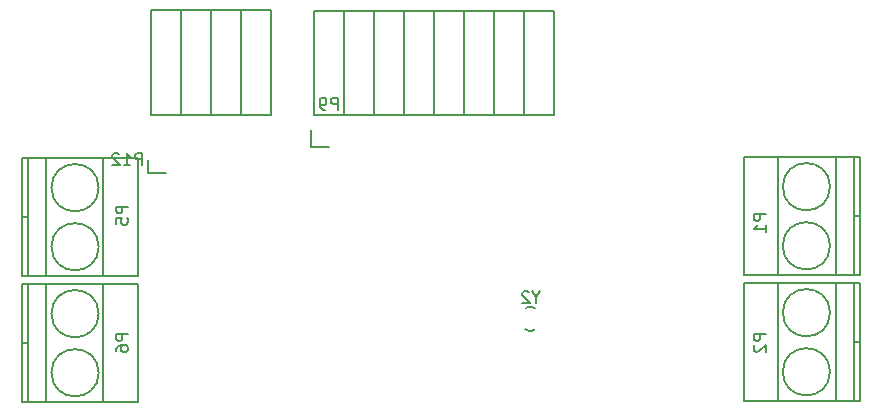
<source format=gbr>
G04 #@! TF.FileFunction,Legend,Bot*
%FSLAX46Y46*%
G04 Gerber Fmt 4.6, Leading zero omitted, Abs format (unit mm)*
G04 Created by KiCad (PCBNEW 4.0.2-stable) date 2016年09月17日 星期六 10:25:48*
%MOMM*%
G01*
G04 APERTURE LIST*
%ADD10C,0.100000*%
%ADD11C,0.150000*%
G04 APERTURE END LIST*
D10*
D11*
X179360000Y-83272000D02*
X179860000Y-83272000D01*
X177360000Y-85772000D02*
G75*
G03X177360000Y-85772000I-2000000J0D01*
G01*
X177360000Y-80772000D02*
G75*
G03X177360000Y-80772000I-2000000J0D01*
G01*
X177860000Y-78272000D02*
X177860000Y-88272000D01*
X172960000Y-78272000D02*
X172960000Y-88272000D01*
X179360000Y-78272000D02*
X179360000Y-88272000D01*
X179860000Y-78272000D02*
X179860000Y-88272000D01*
X179860000Y-88272000D02*
X170060000Y-88272000D01*
X170060000Y-88272000D02*
X170060000Y-78272000D01*
X170060000Y-78272000D02*
X179860000Y-78272000D01*
X179360000Y-93940000D02*
X179860000Y-93940000D01*
X177360000Y-96440000D02*
G75*
G03X177360000Y-96440000I-2000000J0D01*
G01*
X177360000Y-91440000D02*
G75*
G03X177360000Y-91440000I-2000000J0D01*
G01*
X177860000Y-88940000D02*
X177860000Y-98940000D01*
X172960000Y-88940000D02*
X172960000Y-98940000D01*
X179360000Y-88940000D02*
X179360000Y-98940000D01*
X179860000Y-88940000D02*
X179860000Y-98940000D01*
X179860000Y-98940000D02*
X170060000Y-98940000D01*
X170060000Y-98940000D02*
X170060000Y-88940000D01*
X170060000Y-88940000D02*
X179860000Y-88940000D01*
X109438000Y-83352000D02*
X108938000Y-83352000D01*
X115438000Y-80852000D02*
G75*
G03X115438000Y-80852000I-2000000J0D01*
G01*
X115438000Y-85852000D02*
G75*
G03X115438000Y-85852000I-2000000J0D01*
G01*
X110938000Y-88352000D02*
X110938000Y-78352000D01*
X115838000Y-88352000D02*
X115838000Y-78352000D01*
X109438000Y-88352000D02*
X109438000Y-78352000D01*
X108938000Y-88352000D02*
X108938000Y-78352000D01*
X108938000Y-78352000D02*
X118738000Y-78352000D01*
X118738000Y-78352000D02*
X118738000Y-88352000D01*
X118738000Y-88352000D02*
X108938000Y-88352000D01*
X109438000Y-94020000D02*
X108938000Y-94020000D01*
X115438000Y-91520000D02*
G75*
G03X115438000Y-91520000I-2000000J0D01*
G01*
X115438000Y-96520000D02*
G75*
G03X115438000Y-96520000I-2000000J0D01*
G01*
X110938000Y-99020000D02*
X110938000Y-89020000D01*
X115838000Y-99020000D02*
X115838000Y-89020000D01*
X109438000Y-99020000D02*
X109438000Y-89020000D01*
X108938000Y-99020000D02*
X108938000Y-89020000D01*
X108938000Y-89020000D02*
X118738000Y-89020000D01*
X118738000Y-89020000D02*
X118738000Y-99020000D01*
X118738000Y-99020000D02*
X108938000Y-99020000D01*
X151447500Y-65909500D02*
X151447500Y-74739500D01*
X148907500Y-65909500D02*
X151447500Y-65909500D01*
X148907500Y-74739500D02*
X151447500Y-74739500D01*
X151447500Y-74739500D02*
X153987500Y-74739500D01*
X151447500Y-65909500D02*
X153987500Y-65909500D01*
X153987500Y-65909500D02*
X153987500Y-74739500D01*
X148907500Y-65909500D02*
X148907500Y-74739500D01*
X146367500Y-65909500D02*
X148907500Y-65909500D01*
X146367500Y-74739500D02*
X148907500Y-74739500D01*
X143827500Y-74739500D02*
X146367500Y-74739500D01*
X143827500Y-65909500D02*
X146367500Y-65909500D01*
X146367500Y-65909500D02*
X146367500Y-74739500D01*
X143827500Y-65909500D02*
X143827500Y-74739500D01*
X141287500Y-65909500D02*
X143827500Y-65909500D01*
X141287500Y-74739500D02*
X143827500Y-74739500D01*
X138747500Y-74739500D02*
X141287500Y-74739500D01*
X138747500Y-65909500D02*
X141287500Y-65909500D01*
X141287500Y-65909500D02*
X141287500Y-74739500D01*
X138747500Y-65909500D02*
X138747500Y-74739500D01*
X136207500Y-65909500D02*
X138747500Y-65909500D01*
X136207500Y-74739500D02*
X136207500Y-65909500D01*
X136207500Y-74739500D02*
X138747500Y-74739500D01*
X133667500Y-74739500D02*
X136207500Y-74739500D01*
X134937500Y-77409500D02*
X133387500Y-77409500D01*
X133387500Y-77409500D02*
X133387500Y-76009500D01*
X133667500Y-74739500D02*
X133667500Y-65909500D01*
X133667500Y-65909500D02*
X136207500Y-65909500D01*
X136207500Y-65909500D02*
X136207500Y-74739500D01*
X130048000Y-65846000D02*
X130048000Y-74676000D01*
X127508000Y-65846000D02*
X130048000Y-65846000D01*
X127508000Y-74676000D02*
X130048000Y-74676000D01*
X130048000Y-74676000D02*
X130048000Y-65846000D01*
X127508000Y-74676000D02*
X127508000Y-65846000D01*
X124968000Y-74676000D02*
X127508000Y-74676000D01*
X124968000Y-65846000D02*
X127508000Y-65846000D01*
X127508000Y-65846000D02*
X127508000Y-74676000D01*
X124968000Y-65846000D02*
X124968000Y-74676000D01*
X122428000Y-65846000D02*
X124968000Y-65846000D01*
X122428000Y-74676000D02*
X124968000Y-74676000D01*
X124968000Y-74676000D02*
X124968000Y-65846000D01*
X122428000Y-74676000D02*
X122428000Y-65846000D01*
X119888000Y-74676000D02*
X122428000Y-74676000D01*
X121158000Y-79636000D02*
X119608000Y-79636000D01*
X119608000Y-79636000D02*
X119608000Y-78486000D01*
X119888000Y-74676000D02*
X119888000Y-65846000D01*
X119888000Y-65846000D02*
X122428000Y-65846000D01*
X122428000Y-65846000D02*
X122428000Y-74676000D01*
X151569420Y-92847160D02*
X151668480Y-92897960D01*
X151668480Y-92897960D02*
X151869140Y-92948760D01*
X151869140Y-92948760D02*
X152069800Y-92948760D01*
X152069800Y-92948760D02*
X152318720Y-92897960D01*
X152318720Y-92897960D02*
X152417780Y-92847160D01*
X151620220Y-91048840D02*
X151770080Y-90947240D01*
X151770080Y-90947240D02*
X151968200Y-90947240D01*
X151968200Y-90947240D02*
X152168860Y-90947240D01*
X152168860Y-90947240D02*
X152318720Y-90998040D01*
X152318720Y-90998040D02*
X152417780Y-91048840D01*
X171902381Y-83081905D02*
X170902381Y-83081905D01*
X170902381Y-83462858D01*
X170950000Y-83558096D01*
X170997619Y-83605715D01*
X171092857Y-83653334D01*
X171235714Y-83653334D01*
X171330952Y-83605715D01*
X171378571Y-83558096D01*
X171426190Y-83462858D01*
X171426190Y-83081905D01*
X171902381Y-84605715D02*
X171902381Y-84034286D01*
X171902381Y-84320000D02*
X170902381Y-84320000D01*
X171045238Y-84224762D01*
X171140476Y-84129524D01*
X171188095Y-84034286D01*
X171902381Y-93241905D02*
X170902381Y-93241905D01*
X170902381Y-93622858D01*
X170950000Y-93718096D01*
X170997619Y-93765715D01*
X171092857Y-93813334D01*
X171235714Y-93813334D01*
X171330952Y-93765715D01*
X171378571Y-93718096D01*
X171426190Y-93622858D01*
X171426190Y-93241905D01*
X170997619Y-94194286D02*
X170950000Y-94241905D01*
X170902381Y-94337143D01*
X170902381Y-94575239D01*
X170950000Y-94670477D01*
X170997619Y-94718096D01*
X171092857Y-94765715D01*
X171188095Y-94765715D01*
X171330952Y-94718096D01*
X171902381Y-94146667D01*
X171902381Y-94765715D01*
X117927381Y-82446905D02*
X116927381Y-82446905D01*
X116927381Y-82827858D01*
X116975000Y-82923096D01*
X117022619Y-82970715D01*
X117117857Y-83018334D01*
X117260714Y-83018334D01*
X117355952Y-82970715D01*
X117403571Y-82923096D01*
X117451190Y-82827858D01*
X117451190Y-82446905D01*
X116927381Y-83923096D02*
X116927381Y-83446905D01*
X117403571Y-83399286D01*
X117355952Y-83446905D01*
X117308333Y-83542143D01*
X117308333Y-83780239D01*
X117355952Y-83875477D01*
X117403571Y-83923096D01*
X117498810Y-83970715D01*
X117736905Y-83970715D01*
X117832143Y-83923096D01*
X117879762Y-83875477D01*
X117927381Y-83780239D01*
X117927381Y-83542143D01*
X117879762Y-83446905D01*
X117832143Y-83399286D01*
X117927381Y-93241905D02*
X116927381Y-93241905D01*
X116927381Y-93622858D01*
X116975000Y-93718096D01*
X117022619Y-93765715D01*
X117117857Y-93813334D01*
X117260714Y-93813334D01*
X117355952Y-93765715D01*
X117403571Y-93718096D01*
X117451190Y-93622858D01*
X117451190Y-93241905D01*
X116927381Y-94670477D02*
X116927381Y-94480000D01*
X116975000Y-94384762D01*
X117022619Y-94337143D01*
X117165476Y-94241905D01*
X117355952Y-94194286D01*
X117736905Y-94194286D01*
X117832143Y-94241905D01*
X117879762Y-94289524D01*
X117927381Y-94384762D01*
X117927381Y-94575239D01*
X117879762Y-94670477D01*
X117832143Y-94718096D01*
X117736905Y-94765715D01*
X117498810Y-94765715D01*
X117403571Y-94718096D01*
X117355952Y-94670477D01*
X117308333Y-94575239D01*
X117308333Y-94384762D01*
X117355952Y-94289524D01*
X117403571Y-94241905D01*
X117498810Y-94194286D01*
X135675595Y-74239381D02*
X135675595Y-73239381D01*
X135294642Y-73239381D01*
X135199404Y-73287000D01*
X135151785Y-73334619D01*
X135104166Y-73429857D01*
X135104166Y-73572714D01*
X135151785Y-73667952D01*
X135199404Y-73715571D01*
X135294642Y-73763190D01*
X135675595Y-73763190D01*
X134627976Y-74239381D02*
X134437500Y-74239381D01*
X134342261Y-74191762D01*
X134294642Y-74144143D01*
X134199404Y-74001286D01*
X134151785Y-73810810D01*
X134151785Y-73429857D01*
X134199404Y-73334619D01*
X134247023Y-73287000D01*
X134342261Y-73239381D01*
X134532738Y-73239381D01*
X134627976Y-73287000D01*
X134675595Y-73334619D01*
X134723214Y-73429857D01*
X134723214Y-73667952D01*
X134675595Y-73763190D01*
X134627976Y-73810810D01*
X134532738Y-73858429D01*
X134342261Y-73858429D01*
X134247023Y-73810810D01*
X134199404Y-73763190D01*
X134151785Y-73667952D01*
X119070286Y-78938381D02*
X119070286Y-77938381D01*
X118689333Y-77938381D01*
X118594095Y-77986000D01*
X118546476Y-78033619D01*
X118498857Y-78128857D01*
X118498857Y-78271714D01*
X118546476Y-78366952D01*
X118594095Y-78414571D01*
X118689333Y-78462190D01*
X119070286Y-78462190D01*
X117546476Y-78938381D02*
X118117905Y-78938381D01*
X117832191Y-78938381D02*
X117832191Y-77938381D01*
X117927429Y-78081238D01*
X118022667Y-78176476D01*
X118117905Y-78224095D01*
X117165524Y-78033619D02*
X117117905Y-77986000D01*
X117022667Y-77938381D01*
X116784571Y-77938381D01*
X116689333Y-77986000D01*
X116641714Y-78033619D01*
X116594095Y-78128857D01*
X116594095Y-78224095D01*
X116641714Y-78366952D01*
X117213143Y-78938381D01*
X116594095Y-78938381D01*
X152495191Y-90146190D02*
X152495191Y-90622381D01*
X152828524Y-89622381D02*
X152495191Y-90146190D01*
X152161857Y-89622381D01*
X151876143Y-89717619D02*
X151828524Y-89670000D01*
X151733286Y-89622381D01*
X151495190Y-89622381D01*
X151399952Y-89670000D01*
X151352333Y-89717619D01*
X151304714Y-89812857D01*
X151304714Y-89908095D01*
X151352333Y-90050952D01*
X151923762Y-90622381D01*
X151304714Y-90622381D01*
M02*

</source>
